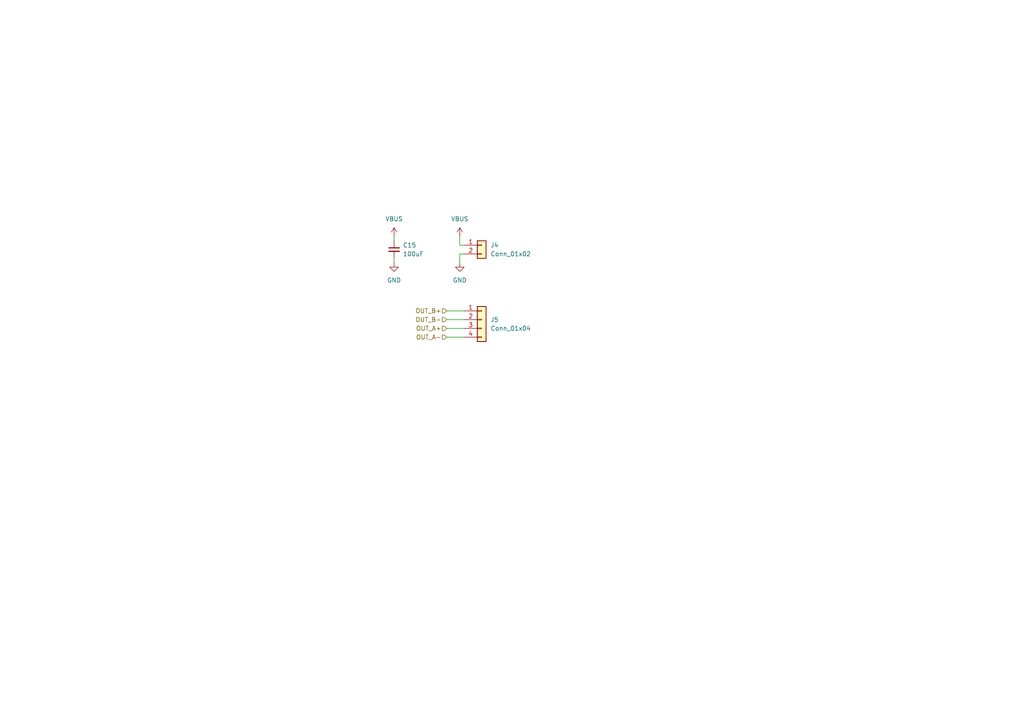
<source format=kicad_sch>
(kicad_sch (version 20211123) (generator eeschema)
  (paper "A4")
  (lib_symbols
    (symbol "Connector_Generic:Conn_01x02" (pin_names (offset 1.016) hide)
      (property "Reference" "J" (at 0 2.54 0))
      (property "Value" "Conn_01x02" (at 0 -5.08 0))
      (symbol "Conn_01x02_1_1"
        (rectangle (start -1.27 -2.413) (end 0 -2.667) (stroke (width 0.1524)))
        (rectangle (start -1.27 0.127) (end 0 -0.127) (stroke (width 0.1524)))
        (rectangle (start -1.27 1.27) (end 1.27 -3.81) (stroke (width 0.254)) (fill (type background)))
        (pin passive line (at -5.08 0 0) (length 3.81) (name "Pin_1") (number "1"))
        (pin passive line (at -5.08 -2.54 0) (length 3.81) (name "Pin_2") (number "2"))
      )
    )
    (symbol "Connector_Generic:Conn_01x04" (pin_names (offset 1.016) hide)
      (property "Reference" "J" (at 0 5.08 0))
      (property "Value" "Conn_01x04" (at 0 -7.62 0))
      (symbol "Conn_01x04_1_1"
        (rectangle (start -1.27 -4.953) (end 0 -5.207) (stroke (width 0.1524)))
        (rectangle (start -1.27 -2.413) (end 0 -2.667) (stroke (width 0.1524)))
        (rectangle (start -1.27 0.127) (end 0 -0.127) (stroke (width 0.1524)))
        (rectangle (start -1.27 2.667) (end 0 2.413) (stroke (width 0.1524)))
        (rectangle (start -1.27 3.81) (end 1.27 -6.35) (stroke (width 0.254)) (fill (type background)))
        (pin passive line (at -5.08 2.54 0) (length 3.81) (name "Pin_1") (number "1"))
        (pin passive line (at -5.08 0 0) (length 3.81) (name "Pin_2") (number "2"))
        (pin passive line (at -5.08 -2.54 0) (length 3.81) (name "Pin_3") (number "3"))
        (pin passive line (at -5.08 -5.08 0) (length 3.81) (name "Pin_4") (number "4"))
      )
    )
    (symbol "Device:C_Small" (pin_numbers hide) (pin_names (offset 0.254) hide)
      (property "Reference" "C" (at 0.254 1.778 0))
      (property "Value" "C_Small" (at 0.254 -2.032 0))
      (symbol "C_Small_0_1"
        (polyline (pts (xy -1.524 -0.508) (xy 1.524 -0.508)) (stroke (width 0.3302)))
        (polyline (pts (xy -1.524 0.508) (xy 1.524 0.508)) (stroke (width 0.3048)))
      )
      (symbol "C_Small_1_1"
        (pin passive line (at 0 2.54 270) (length 2.032) (name "~") (number "1"))
        (pin passive line (at 0 -2.54 90) (length 2.032) (name "~") (number "2"))
      )
    )
    (symbol "power:GND" (power) (pin_names (offset 0))
      (property "Value" "GND" (at 0 -3.81 0))
      (symbol "GND_0_1"
        (polyline (pts (xy 0 0) (xy 0 -1.27) (xy 1.27 -1.27) (xy 0 -2.54) (xy -1.27 -1.27) (xy 0 -1.27)))
      )
      (symbol "GND_1_1"
        (pin power_in line (at 0 0 270) (length 0) hide (name "GND") (number "1"))
      )
    )
    (symbol "power:VBUS" (power) (pin_names (offset 0))
      (property "Value" "VBUS" (at 0 3.81 0))
      (symbol "VBUS_0_1"
        (polyline (pts (xy -0.762 1.27) (xy 0 2.54)))
        (polyline (pts (xy 0 0) (xy 0 2.54)))
        (polyline (pts (xy 0 2.54) (xy 0.762 1.27)))
      )
      (symbol "VBUS_1_1"
        (pin power_in line (at 0 0 90) (length 0) hide (name "VBUS") (number "1"))
      )
    )
  )
  (wire (pts (xy 133.35 68.58) (xy 133.35 71.12)))
  (wire (pts (xy 114.3 74.93) (xy 114.3 76.2)))
  (wire (pts (xy 133.35 76.2) (xy 133.35 73.66)))
  (wire (pts (xy 129.54 92.71) (xy 134.62 92.71)))
  (wire (pts (xy 133.35 73.66) (xy 134.62 73.66)))
  (wire (pts (xy 129.54 97.79) (xy 134.62 97.79)))
  (wire (pts (xy 114.3 68.58) (xy 114.3 69.85)))
  (wire (pts (xy 129.54 95.25) (xy 134.62 95.25)))
  (wire (pts (xy 133.35 71.12) (xy 134.62 71.12)))
  (wire (pts (xy 129.54 90.17) (xy 134.62 90.17)))
  (hierarchical_label "OUT_B-" (shape input) (at 129.54 92.71 180))
  (hierarchical_label "OUT_B+" (shape input) (at 129.54 90.17 180))
  (hierarchical_label "OUT_A+" (shape input) (at 129.54 95.25 180))
  (hierarchical_label "OUT_A-" (shape input) (at 129.54 97.79 180))
  (symbol (lib_id "Device:C_Small") (at 114.3 72.39 0) (unit 1)
    (property "Reference" "C15" (at 116.84 71.1262 0) (effects (justify left)))
    (property "Value" "100uF" (at 116.84 73.6662 0) (effects (justify left)))
    (property "Footprint" "Capacitor_SMD:CP_Elec_10x10" (effects hide))
    (property "LCSC Part Number" "C125977" (effects hide))
  )
  (symbol (lib_id "power:VBUS") (at 114.3 68.58 0) (unit 1)
    (property "Reference" "#PWR055" (effects hide))
    (property "Value" "VBUS" (at 114.3 63.5 0))
  )
  (symbol (lib_id "power:GND") (at 114.3 76.2 0) (unit 1)
    (property "Reference" "#PWR056" (effects hide))
    (property "Value" "GND" (at 114.3 81.28 0))
  )
  (symbol (lib_id "Connector_Generic:Conn_01x04") (at 139.7 92.71 0) (unit 1)
    (property "Reference" "J5" (at 142.24 92.7099 0) (effects (justify left)))
    (property "Value" "Conn_01x04" (at 142.24 95.2499 0) (effects (justify left)))
    (property "Footprint" "TerminalBlock_Phoenix:TerminalBlock_Phoenix_MKDS-1,5-4-5.08_1x04_P5.08mm_Horizontal" (effects hide))
    (property "LCSC Part Number" "C90087" (effects hide))
  )
  (symbol (lib_id "Connector_Generic:Conn_01x02") (at 139.7 71.12 0) (unit 1)
    (property "Reference" "J4" (at 142.24 71.1199 0) (effects (justify left)))
    (property "Value" "Conn_01x02" (at 142.24 73.6599 0) (effects (justify left)))
    (property "Footprint" "TerminalBlock_Phoenix:TerminalBlock_Phoenix_MKDS-1,5-2-5.08_1x02_P5.08mm_Horizontal" (effects hide))
    (property "LCSC Part Number" "C91153" (effects hide))
  )
  (symbol (lib_id "power:GND") (at 133.35 76.2 0) (unit 1)
    (property "Reference" "#PWR058" (effects hide))
    (property "Value" "GND" (at 133.35 81.28 0))
  )
  (symbol (lib_id "power:VBUS") (at 133.35 68.58 0) (unit 1)
    (property "Reference" "#PWR057" (effects hide))
    (property "Value" "VBUS" (at 133.35 63.5 0))
  )
)
</source>
